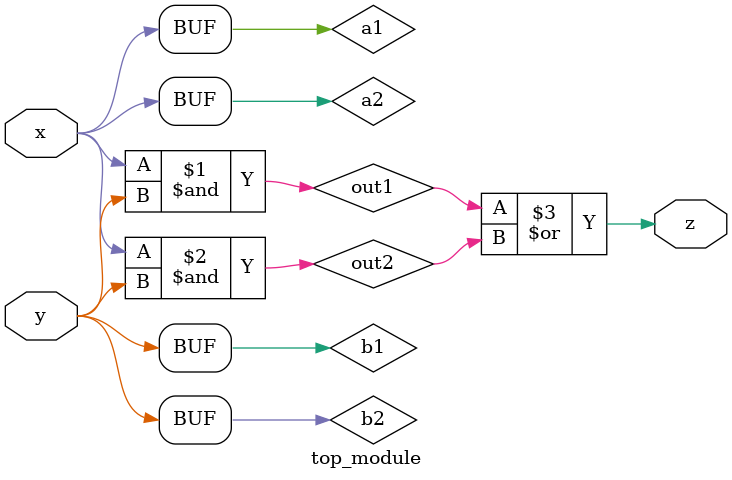
<source format=sv>
module top_module(
    input x,
    input y,
    output z
);

    wire a1, b1, a2, b2, out1, out2;

    // First gate
    assign a1 = x;
    assign b1 = y;
    and(out1, a1, b1);

    // Second gate
    assign a2 = x;
    assign b2 = y;
    and(out2, a2, b2);

    // Third gate
    or(z, out1, out2);

endmodule

</source>
